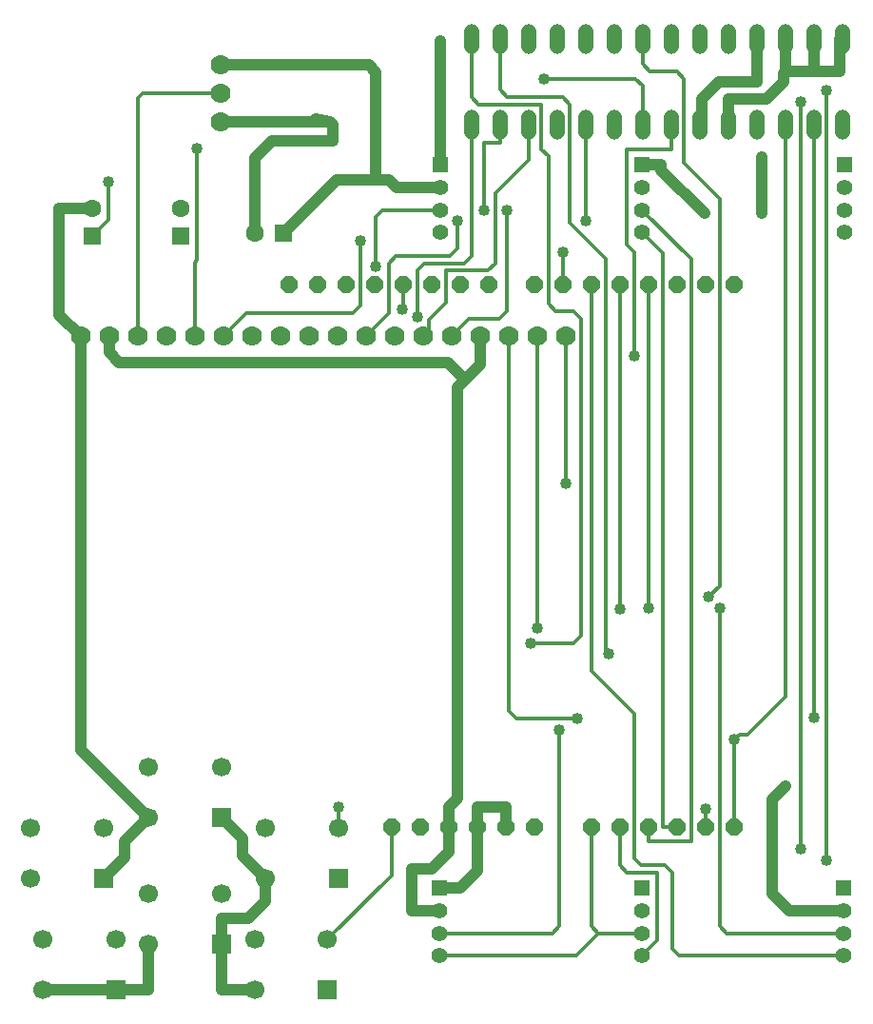
<source format=gbr>
G04 DipTrace 3.3.1.3*
G04 Bottom.gbr*
%MOIN*%
G04 #@! TF.FileFunction,Copper,L2,Bot*
G04 #@! TF.Part,Single*
%AMOUTLINE0*
4,1,20,
-0.02608,0.026058,
-0.024514,0.034979,
-0.019993,0.042827,
-0.013059,0.048655,
-0.004551,0.05176,
0.004507,0.051768,
0.01302,0.048677,
0.019963,0.042861,
0.0245,0.035021,
0.02608,0.026102,
0.02608,-0.026058,
0.024514,-0.034979,
0.019993,-0.042827,
0.013059,-0.048655,
0.004551,-0.05176,
-0.004507,-0.051768,
-0.01302,-0.048677,
-0.019963,-0.042861,
-0.0245,-0.035021,
-0.02608,-0.026102,
-0.02608,0.026058,
0*%
%AMOUTLINE3*
4,1,8,
0.030488,-0.012629,
0.012629,-0.030488,
-0.012629,-0.030488,
-0.030488,-0.012629,
-0.030488,0.012629,
-0.012629,0.030488,
0.012629,0.030488,
0.030488,0.012629,
0.030488,-0.012629,
0*%
G04 #@! TA.AperFunction,Conductor*
%ADD14C,0.012992*%
G04 #@! TA.AperFunction,ViaPad*
%ADD15C,0.04*%
G04 #@! TA.AperFunction,ComponentPad*
%ADD17R,0.055118X0.055118*%
%ADD18C,0.055118*%
%ADD19R,0.062992X0.062992*%
%ADD20C,0.062992*%
%ADD21C,0.062992*%
%ADD27C,0.07*%
%ADD28R,0.066929X0.066929*%
%ADD29C,0.066929*%
%ADD62OUTLINE0*%
%ADD65OUTLINE3*%
%FSLAX26Y26*%
G04*
G70*
G90*
G75*
G01*
G04 Bottom*
%LPD*%
X2423700Y1053700D2*
D14*
Y708424D1*
X2449684Y682440D1*
X2370944Y603700D1*
X1892361D1*
X2449684Y682440D2*
X2600629D1*
Y603700D2*
X2654684Y657755D1*
Y893976D1*
X2549684D1*
X2523700Y919960D1*
Y1053700D1*
X2601968Y3216220D2*
X2773676Y3044511D1*
Y1003720D1*
X2623700D1*
Y1053700D1*
X2601968Y3137480D2*
X2673676Y3065771D1*
Y1053700D1*
X2723700D1*
X2523700Y1819731D2*
Y2953700D1*
X2312991Y1395330D2*
Y708424D1*
X2287007Y682440D1*
X1892361D1*
X1666669Y3017180D2*
Y3190236D1*
X1692653Y3216220D1*
X1893700D1*
X1760684Y2868149D2*
X1763700Y2871165D1*
Y2953700D1*
X2873676Y1821046D2*
Y708425D1*
X2899661Y682440D1*
X3308897D1*
X2623700Y1821046D2*
Y2953700D1*
X3308897Y603700D2*
X2732715D1*
X2706731Y629684D1*
Y893976D1*
X2680747Y919960D1*
X2599660D1*
X2573676Y945944D1*
Y1453023D1*
X2423700Y1602999D1*
Y2953700D1*
X2903700Y3513700D2*
D15*
Y3605468D1*
X3036657D1*
X3096657Y3665468D1*
Y3694165D1*
X3103700Y3701208D1*
X3203700D1*
X3294937D1*
Y3813700D1*
X3303700D1*
X3203700D2*
Y3701208D1*
X1243700Y3133700D2*
Y3398704D1*
X1303700Y3458704D1*
X1518700D1*
Y3513700D1*
X1508700Y3523700D1*
X1123700D1*
X673700Y3222125D2*
X559011D1*
Y2849176D1*
X634015Y2774172D1*
X1458700Y3533700D2*
X1508700Y3523700D1*
X3103700Y3813700D2*
Y3701208D1*
X1893700Y3373700D2*
Y3808700D1*
X1126535Y1087794D2*
X1199999Y1014330D1*
Y954330D1*
X1280629Y873700D1*
X870629Y643700D2*
Y483700D1*
X756535D1*
X3020172Y3401267D2*
Y3205043D1*
X2601968Y3373700D2*
X2669531D1*
Y3355684D1*
X2820172Y3205043D1*
X1892361Y839920D2*
X1963700D1*
X2023700Y899920D1*
Y1053700D1*
X3303700Y3813700D2*
D3*
X870629Y1087794D2*
X787165Y1004330D1*
Y947165D1*
X713700Y873700D1*
X634015Y2774172D2*
Y1324409D1*
X870629Y1087794D1*
X1126535Y643700D2*
Y483700D1*
X1243464D1*
X1280629Y873700D2*
Y794334D1*
X1220629Y734334D1*
X1126535D1*
Y643700D1*
X756535Y483700D2*
X500629D1*
X2023700Y1053700D2*
Y1124188D1*
X2123700D1*
Y1053700D1*
X3156657Y976720D2*
D14*
Y3595350D1*
X2836204Y1860535D2*
X2873676Y1898007D1*
Y3256319D1*
X2749271Y3380724D1*
Y3676413D1*
X2723287Y3702397D1*
X2629708D1*
X2603700Y3728405D1*
Y3813700D1*
X1536535Y1050865D2*
Y1124188D1*
X3249271Y3634838D2*
Y937231D1*
X2485826Y1661999D2*
X2473676Y1674149D1*
Y3046433D1*
X2349271Y3170838D1*
Y3584956D1*
X2323287Y3610940D1*
X2129684D1*
X2103700Y3636924D1*
Y3813700D1*
X2212598Y1699432D2*
X2362518D1*
X2388503Y1725417D1*
Y2835669D1*
X2362519Y2861653D1*
X2299660D1*
X2273676Y2887637D1*
Y3404264D1*
X2249271Y3428669D1*
Y3584956D1*
X2029684D1*
X2003700Y3610940D1*
Y3813700D1*
X1813676Y2842165D2*
Y3003676D1*
X1839661Y3029661D1*
X1977716D1*
X2003700Y3055645D1*
Y3513700D1*
X2128247Y3216460D2*
Y2861653D1*
X2102263Y2835669D1*
X1995512D1*
X1934015Y2774172D1*
X2049271Y3216460D2*
Y3451389D1*
X2103700D1*
Y3513700D1*
X2203700D2*
Y3390487D1*
X2088759Y3275546D1*
Y3029660D1*
X2062775Y3003676D1*
X1913676D1*
Y2891609D1*
X1853769Y2831702D1*
Y2793926D1*
X1834015Y2774172D1*
X2403700Y3176972D2*
Y3513700D1*
X1954251Y3176972D2*
Y3081629D1*
X1928267Y3055645D1*
X1739660D1*
X1713676Y3029661D1*
Y2853833D1*
X1634015Y2774172D1*
X1613676Y3108637D2*
Y2880629D1*
X1587692Y2854645D1*
X1214488D1*
X1134015Y2774172D1*
X2259704Y3676413D2*
X2577692D1*
X2603700Y3650405D1*
Y3513700D1*
X1041696Y3430157D2*
Y3039987D1*
X1034015Y3032306D1*
Y2774172D1*
X2573676Y2706180D2*
Y3069669D1*
X2547704Y3095641D1*
Y3427767D1*
X2703700D1*
Y3513700D1*
X2323700Y3069149D2*
Y2953700D1*
X1123700Y3623700D2*
X850000D1*
X834015Y3607715D1*
Y2774172D1*
X2334015D2*
Y2259487D1*
X2234015Y2774172D2*
Y1752424D1*
X2134015Y2774172D2*
Y1460806D1*
X2159999Y1434822D1*
X2375590D1*
X731696Y3313700D2*
Y3181696D1*
X673700Y3123700D1*
X1499369Y660865D2*
X1723700Y885196D1*
Y1053700D1*
X2923700D2*
Y1360113D1*
X2943185Y1379598D1*
X2973035D1*
X3103700Y1510263D1*
Y3513700D1*
X3203700Y1439129D2*
Y3513700D1*
X2823700Y1117180D2*
Y1053700D1*
X1892361Y761180D2*
D15*
X1796330D1*
Y907480D1*
X1863700D1*
X1923700Y967480D1*
Y1053700D1*
X3308897Y761180D2*
X3117208D1*
X3057208Y821180D1*
Y1151692D1*
X3103783Y1198267D1*
X2803700Y3513700D2*
D3*
X1343700Y3133700D2*
X1530948Y3320948D1*
X1668700D1*
Y3698700D1*
X1643700Y3723700D1*
X1123700D1*
X1893700Y3294960D2*
X1741696D1*
X1715708Y3320948D1*
X1668700D1*
X1923700Y1053700D2*
Y1124188D1*
X1954188Y1154676D1*
Y2596255D1*
X1980172Y2622239D1*
X1920172Y2682239D1*
X769015D1*
X734015Y2717239D1*
Y2774172D1*
X1980172Y2622239D2*
X2034015Y2676082D1*
Y2774172D1*
X2803700Y3513700D2*
X2812463D1*
Y3605468D1*
X2872463Y3665468D1*
X3003700D1*
Y3813700D1*
X2523700Y1819731D3*
X2312991Y1395330D3*
X1666669Y3017180D3*
X1760684Y2868149D3*
X2873676Y1821046D3*
X2623700D3*
X1893700Y3808700D3*
X1458700Y3533700D3*
X3020172Y3205043D3*
X2820172D3*
X3020172Y3401267D3*
X3156657Y3595350D3*
Y976720D3*
X2836204Y1860535D3*
X1536535Y1124188D3*
X3249271Y937231D3*
Y3634838D3*
X2485826Y1661999D3*
X2212598Y1699432D3*
X1813676Y2842165D3*
X2128247Y3216460D3*
X2049271D3*
X2403700Y3176972D3*
X1954251D3*
X1613676Y3108637D3*
X2259704Y3676413D3*
X1041696Y3430157D3*
X2573676Y2706180D3*
X2323700Y3069149D3*
X2334015Y2259487D3*
X2234015Y1752424D3*
X2375590Y1434822D3*
X731696Y3313700D3*
X2923700Y1360113D3*
X3203700Y1439129D3*
X2823700Y1117180D3*
X3103783Y1198267D3*
D17*
X2600629Y839920D3*
D18*
Y761180D3*
Y682440D3*
Y603700D3*
D17*
X2601968Y3373700D3*
D18*
Y3294960D3*
Y3216220D3*
Y3137480D3*
D19*
X1343700Y3133700D3*
D20*
X1243700D3*
D17*
X1892361Y839920D3*
D18*
Y761180D3*
Y682440D3*
Y603700D3*
D17*
X1893700Y3373700D3*
D18*
Y3294960D3*
Y3216220D3*
Y3137480D3*
D17*
X3308897Y839920D3*
D18*
Y761180D3*
Y682440D3*
Y603700D3*
D17*
X3310235Y3373700D3*
D18*
Y3294960D3*
Y3216220D3*
Y3137480D3*
D19*
X983700Y3123700D3*
D21*
Y3222125D3*
D19*
X673700Y3123700D3*
D21*
Y3222125D3*
D62*
X2003700Y3513700D3*
X2103700D3*
X2203700D3*
X2303700D3*
X2403700D3*
X2503700D3*
X2603700D3*
X2703700D3*
X2803700D3*
X2903700D3*
X3003700D3*
X3103700D3*
X3203700D3*
X3303700D3*
Y3813700D3*
X3203700D3*
X3103700D3*
X3003700D3*
X2903700D3*
X2803700D3*
X2703700D3*
X2603700D3*
X2503700D3*
X2403700D3*
X2303700D3*
X2203700D3*
X2103700D3*
X2003700D3*
D65*
X2523700Y2953700D3*
X2423700Y1053700D3*
X2623700Y2953700D3*
X2723700D3*
X2823700D3*
X2923700D3*
X2423700D3*
X2323700D3*
X2223700D3*
X2063700D3*
X1963700D3*
X1863700D3*
X1763700D3*
X1663700D3*
X1563700D3*
X1463700D3*
X1363700D3*
X2523700Y1053700D3*
X2623700D3*
X2723700D3*
X2823700D3*
X2923700D3*
X2223700D3*
X2123700D3*
X2023700D3*
X1923700D3*
X1823700D3*
X1723700D3*
D27*
X634015Y2774172D3*
X734015D3*
X834015D3*
X934015D3*
X1034015D3*
X1134015D3*
X1234015D3*
X1334015D3*
X1434015D3*
X1534015D3*
X1634015D3*
X1734015D3*
X1834015D3*
X1934015D3*
X2034015D3*
X2134015D3*
X2234015D3*
X2334015D3*
X1123700Y3623700D3*
Y3523700D3*
Y3723700D3*
D28*
X713700Y873700D3*
D29*
Y1050865D3*
X457794D3*
Y873700D3*
D28*
X1536535D3*
D29*
Y1050865D3*
X1280629D3*
Y873700D3*
D28*
X1126535Y1087794D3*
D29*
Y1264960D3*
X870629D3*
Y1087794D3*
D28*
X1126535Y643700D3*
D29*
Y820865D3*
X870629D3*
Y643700D3*
D28*
X756535Y483700D3*
D29*
Y660865D3*
X500629D3*
Y483700D3*
D28*
X1499369D3*
D29*
Y660865D3*
X1243464D3*
Y483700D3*
M02*

</source>
